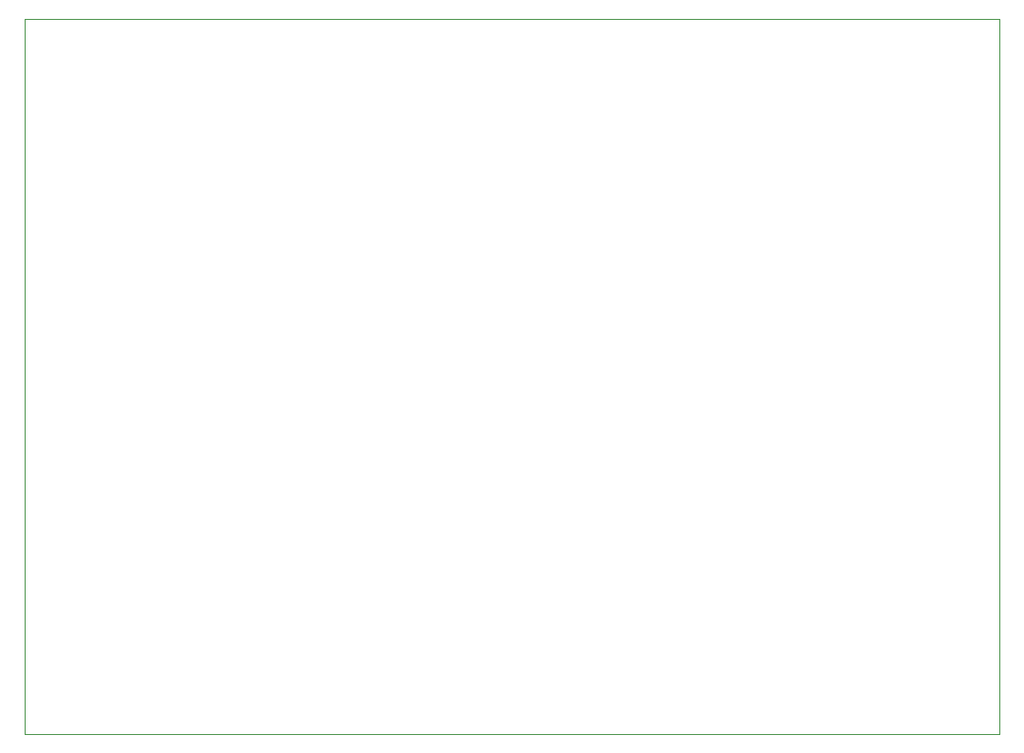
<source format=gm1>
G04 #@! TF.GenerationSoftware,KiCad,Pcbnew,(6.0.7)*
G04 #@! TF.CreationDate,2022-09-20T02:34:23+09:00*
G04 #@! TF.ProjectId,autocar_motcntr_v1,6175746f-6361-4725-9f6d-6f74636e7472,rev?*
G04 #@! TF.SameCoordinates,Original*
G04 #@! TF.FileFunction,Profile,NP*
%FSLAX46Y46*%
G04 Gerber Fmt 4.6, Leading zero omitted, Abs format (unit mm)*
G04 Created by KiCad (PCBNEW (6.0.7)) date 2022-09-20 02:34:23*
%MOMM*%
%LPD*%
G01*
G04 APERTURE LIST*
G04 #@! TA.AperFunction,Profile*
%ADD10C,0.100000*%
G04 #@! TD*
G04 APERTURE END LIST*
D10*
X109000000Y-50300000D02*
X196000000Y-50300000D01*
X196000000Y-50300000D02*
X196000000Y-114300000D01*
X196000000Y-114300000D02*
X109000000Y-114300000D01*
X109000000Y-114300000D02*
X109000000Y-50300000D01*
M02*

</source>
